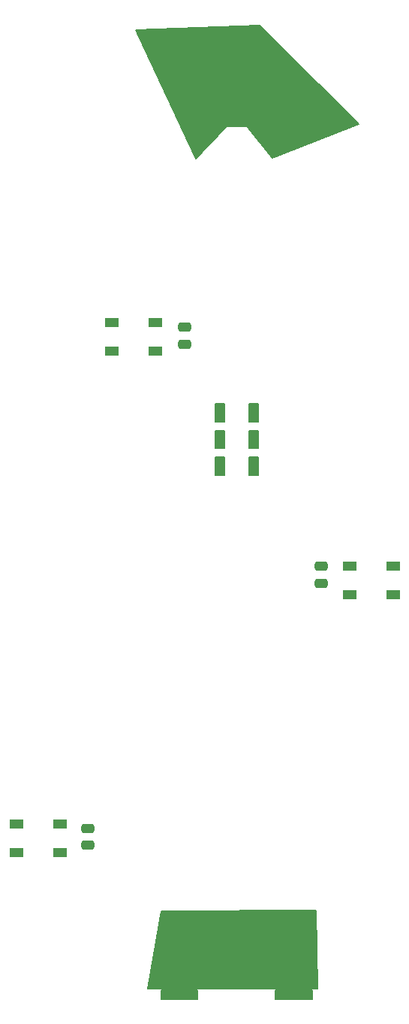
<source format=gbs>
%TF.GenerationSoftware,KiCad,Pcbnew,(6.0.7)*%
%TF.CreationDate,2022-11-21T20:11:54+01:00*%
%TF.ProjectId,Arbolito Tronco 2,4172626f-6c69-4746-9f20-54726f6e636f,rev?*%
%TF.SameCoordinates,Original*%
%TF.FileFunction,Soldermask,Bot*%
%TF.FilePolarity,Negative*%
%FSLAX46Y46*%
G04 Gerber Fmt 4.6, Leading zero omitted, Abs format (unit mm)*
G04 Created by KiCad (PCBNEW (6.0.7)) date 2022-11-21 20:11:54*
%MOMM*%
%LPD*%
G01*
G04 APERTURE LIST*
G04 Aperture macros list*
%AMRoundRect*
0 Rectangle with rounded corners*
0 $1 Rounding radius*
0 $2 $3 $4 $5 $6 $7 $8 $9 X,Y pos of 4 corners*
0 Add a 4 corners polygon primitive as box body*
4,1,4,$2,$3,$4,$5,$6,$7,$8,$9,$2,$3,0*
0 Add four circle primitives for the rounded corners*
1,1,$1+$1,$2,$3*
1,1,$1+$1,$4,$5*
1,1,$1+$1,$6,$7*
1,1,$1+$1,$8,$9*
0 Add four rect primitives between the rounded corners*
20,1,$1+$1,$2,$3,$4,$5,0*
20,1,$1+$1,$4,$5,$6,$7,0*
20,1,$1+$1,$6,$7,$8,$9,0*
20,1,$1+$1,$8,$9,$2,$3,0*%
G04 Aperture macros list end*
%ADD10C,0.150000*%
%ADD11R,1.500000X1.000000*%
%ADD12RoundRect,0.250000X-0.475000X0.250000X-0.475000X-0.250000X0.475000X-0.250000X0.475000X0.250000X0*%
G04 APERTURE END LIST*
D10*
G36*
X141900000Y-69100000D02*
G01*
X140900000Y-69100000D01*
X140900000Y-67100000D01*
X141900000Y-67100000D01*
X141900000Y-69100000D01*
G37*
X141900000Y-69100000D02*
X140900000Y-69100000D01*
X140900000Y-67100000D01*
X141900000Y-67100000D01*
X141900000Y-69100000D01*
G36*
X148584599Y-126921063D02*
G01*
X129481015Y-126919916D01*
X130981015Y-118219916D01*
X148480000Y-118130000D01*
X148584599Y-126921063D01*
G37*
X148584599Y-126921063D02*
X129481015Y-126919916D01*
X130981015Y-118219916D01*
X148480000Y-118130000D01*
X148584599Y-126921063D01*
G36*
X141900000Y-63100000D02*
G01*
X140900000Y-63100000D01*
X140900000Y-61100000D01*
X141900000Y-61100000D01*
X141900000Y-63100000D01*
G37*
X141900000Y-63100000D02*
X140900000Y-63100000D01*
X140900000Y-61100000D01*
X141900000Y-61100000D01*
X141900000Y-63100000D01*
G36*
X141900000Y-66100000D02*
G01*
X140900000Y-66100000D01*
X140900000Y-64100000D01*
X141900000Y-64100000D01*
X141900000Y-66100000D01*
G37*
X141900000Y-66100000D02*
X140900000Y-66100000D01*
X140900000Y-64100000D01*
X141900000Y-64100000D01*
X141900000Y-66100000D01*
G36*
X138100000Y-66100000D02*
G01*
X137100000Y-66100000D01*
X137100000Y-64100000D01*
X138100000Y-64100000D01*
X138100000Y-66100000D01*
G37*
X138100000Y-66100000D02*
X137100000Y-66100000D01*
X137100000Y-64100000D01*
X138100000Y-64100000D01*
X138100000Y-66100000D01*
G36*
X135100000Y-128100000D02*
G01*
X131000000Y-128100000D01*
X131000000Y-127100000D01*
X135100000Y-127100000D01*
X135100000Y-128100000D01*
G37*
X135100000Y-128100000D02*
X131000000Y-128100000D01*
X131000000Y-127100000D01*
X135100000Y-127100000D01*
X135100000Y-128100000D01*
G36*
X138100000Y-63100000D02*
G01*
X137100000Y-63100000D01*
X137100000Y-61100000D01*
X138100000Y-61100000D01*
X138100000Y-63100000D01*
G37*
X138100000Y-63100000D02*
X137100000Y-63100000D01*
X137100000Y-61100000D01*
X138100000Y-61100000D01*
X138100000Y-63100000D01*
G36*
X153250000Y-29600000D02*
G01*
X143500000Y-33400000D01*
X140650000Y-29850000D01*
X138400000Y-29850000D01*
X134900000Y-33450000D01*
X128100000Y-19000000D01*
X142100000Y-18450000D01*
X153250000Y-29600000D01*
G37*
X153250000Y-29600000D02*
X143500000Y-33400000D01*
X140650000Y-29850000D01*
X138400000Y-29850000D01*
X134900000Y-33450000D01*
X128100000Y-19000000D01*
X142100000Y-18450000D01*
X153250000Y-29600000D01*
G36*
X138100000Y-69100000D02*
G01*
X137100000Y-69100000D01*
X137100000Y-67100000D01*
X138100000Y-67100000D01*
X138100000Y-69100000D01*
G37*
X138100000Y-69100000D02*
X137100000Y-69100000D01*
X137100000Y-67100000D01*
X138100000Y-67100000D01*
X138100000Y-69100000D01*
G36*
X148000000Y-128100000D02*
G01*
X143900000Y-128100000D01*
X143900000Y-127100000D01*
X148000000Y-127100000D01*
X148000000Y-128100000D01*
G37*
X148000000Y-128100000D02*
X143900000Y-128100000D01*
X143900000Y-127100000D01*
X148000000Y-127100000D01*
X148000000Y-128100000D01*
D11*
%TO.C,U3*%
X157150000Y-79350000D03*
X157150000Y-82550000D03*
X152250000Y-82550000D03*
X152250000Y-79350000D03*
%TD*%
D12*
%TO.C,C13*%
X122700000Y-108900000D03*
X122700000Y-110800000D03*
%TD*%
D11*
%TO.C,U6*%
X130300000Y-51950000D03*
X130300000Y-55150000D03*
X125400000Y-55150000D03*
X125400000Y-51950000D03*
%TD*%
%TO.C,U2*%
X119550000Y-108400000D03*
X119550000Y-111600000D03*
X114650000Y-111600000D03*
X114650000Y-108400000D03*
%TD*%
D12*
%TO.C,C15*%
X133600000Y-52450000D03*
X133600000Y-54350000D03*
%TD*%
%TO.C,C11*%
X149050000Y-79400000D03*
X149050000Y-81300000D03*
%TD*%
M02*

</source>
